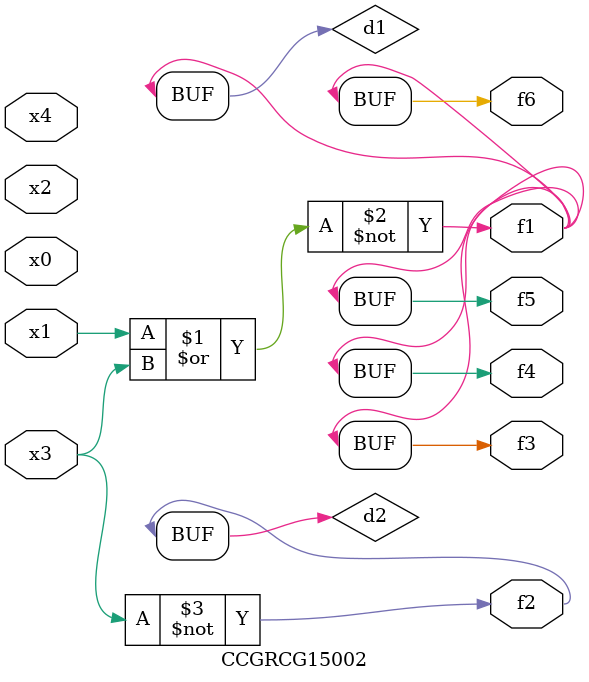
<source format=v>
module CCGRCG15002(
	input x0, x1, x2, x3, x4,
	output f1, f2, f3, f4, f5, f6
);

	wire d1, d2;

	nor (d1, x1, x3);
	not (d2, x3);
	assign f1 = d1;
	assign f2 = d2;
	assign f3 = d1;
	assign f4 = d1;
	assign f5 = d1;
	assign f6 = d1;
endmodule

</source>
